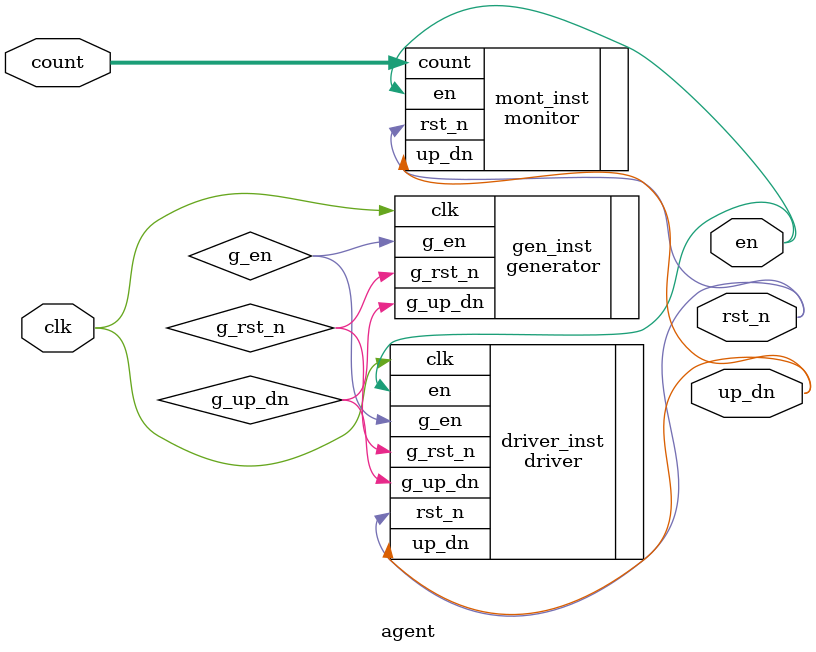
<source format=sv>
module agent #(parameter N=8)(
input clk,
output rst_n, en, up_dn,
input logic [N-1:0] count
);

wire g_rst_n, g_en, g_up_dn;

//generator
generator gen_inst(
.clk(clk),
.g_rst_n(g_rst_n),
.g_en(g_en),
.g_up_dn(g_up_dn)
);


//driver 
driver driver_inst(
.clk(clk),
.g_rst_n(g_rst_n),
.g_en(g_en),
.g_up_dn(g_up_dn),
.rst_n(rst_n),
.en(en),
.up_dn(up_dn)
);

//monitor
monitor #(N) mont_inst(
.rst_n(rst_n),
.en(en),
.up_dn(up_dn),
.count(count)
);

endmodule





</source>
